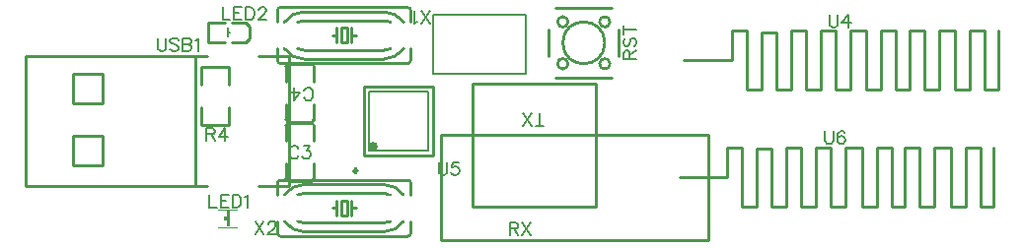
<source format=gto>
G04 Layer: TopSilkLayer*
G04 EasyEDA v6.3.53, 2020-06-17T01:54:55+02:00*
G04 e9d571a3f1504c91a96fab9e56f28b91,9eabfb72a9474bef872f988307f0334b,10*
G04 Gerber Generator version 0.2*
G04 Scale: 100 percent, Rotated: No, Reflected: No *
G04 Dimensions in millimeters *
G04 leading zeros omitted , absolute positions ,3 integer and 3 decimal *
%FSLAX33Y33*%
%MOMM*%
G90*
G71D02*

%ADD10C,0.254000*%
%ADD30C,0.100000*%
%ADD31C,0.203200*%
%ADD32C,0.202997*%
%ADD33C,0.299999*%
%ADD34C,0.399999*%
%ADD35C,0.152400*%

%LPD*%
G54D30*
G01X1905Y66914D02*
G01X3505Y66914D01*
G01X1905Y68415D02*
G01X3505Y68415D01*
G54D10*
G01X8039Y81634D02*
G01X5434Y81634D01*
G01X985Y81634D02*
G01X-14569Y81619D01*
G01X-14569Y70443D01*
G01X985Y70458D01*
G01X5434Y70458D02*
G01X8039Y70458D01*
G01X8039Y81634D01*
G01X-3Y81634D02*
G01X-3Y70458D01*
G01X-7965Y74761D02*
G01X-7965Y72221D01*
G01X-10505Y72221D01*
G01X-10505Y74761D01*
G01X-7965Y74761D01*
G01X-7965Y80095D02*
G01X-7965Y77555D01*
G01X-10505Y77555D01*
G01X-10505Y80095D01*
G01X-7965Y80095D01*
G01X21047Y74822D02*
G01X43547Y74822D01*
G01X44034Y74822D01*
G01X44034Y74776D01*
G01X44034Y65759D01*
G01X21047Y65759D01*
G01X21047Y65886D01*
G01X21047Y74886D01*
G01X34328Y68680D02*
G01X23787Y68680D01*
G01X23787Y79221D01*
G01X34328Y79221D01*
G01X34328Y68680D01*
G54D31*
G01X28359Y80110D02*
G01X20358Y80110D01*
G01X20358Y85190D01*
G01X28359Y85190D01*
G01X28359Y80110D01*
G54D10*
G01X7928Y80960D02*
G01X9928Y80960D01*
G01X7728Y77459D02*
G01X7728Y76259D01*
G01X10128Y77459D02*
G01X10128Y76259D01*
G01X7728Y79460D02*
G01X7728Y80659D01*
G01X10128Y79460D02*
G01X10128Y80659D01*
G01X7928Y75959D02*
G01X9928Y75959D01*
G01X7728Y76159D02*
G01X7728Y76259D01*
G01X10128Y76159D02*
G01X10128Y76259D01*
G01X7728Y80760D02*
G01X7728Y80659D01*
G01X10128Y80760D02*
G01X10128Y80659D01*
G01X9928Y70879D02*
G01X7928Y70879D01*
G01X10128Y74379D02*
G01X10128Y75579D01*
G01X7728Y74379D02*
G01X7728Y75579D01*
G01X10128Y72379D02*
G01X10128Y71179D01*
G01X7728Y72379D02*
G01X7728Y71179D01*
G01X9928Y75879D02*
G01X7928Y75879D01*
G01X10128Y75679D02*
G01X10128Y75579D01*
G01X7728Y75679D02*
G01X7728Y75579D01*
G01X10128Y71079D02*
G01X10128Y71179D01*
G01X7728Y71079D02*
G01X7728Y71179D01*
G01X489Y75705D02*
G01X2889Y75705D01*
G01X2889Y79205D02*
G01X2889Y80705D01*
G01X489Y79205D02*
G01X489Y80705D01*
G01X2889Y77205D02*
G01X2889Y75705D01*
G01X489Y77205D02*
G01X489Y75705D01*
G01X489Y80705D02*
G01X2889Y80705D01*
G01X1066Y82803D02*
G01X2540Y82803D01*
G01X1066Y84530D02*
G01X2540Y84530D01*
G01X1066Y84530D02*
G01X1066Y82803D01*
G01X3124Y82803D02*
G01X4292Y82803D01*
G01X3149Y84530D02*
G01X4292Y84530D01*
G01X4292Y84530D02*
G01X4648Y84174D01*
G01X4648Y83158D01*
G01X4292Y82803D01*
G54D32*
G01X2755Y84073D02*
G01X2755Y83285D01*
G01X2755Y83674D02*
G01X2931Y83674D01*
G54D10*
G01X14474Y78996D02*
G01X14474Y73097D01*
G01X20374Y73097D01*
G01X20374Y78996D01*
G01X14474Y78996D01*
G01X35716Y79777D02*
G01X30907Y79777D01*
G01X30312Y81631D02*
G01X30312Y83924D01*
G01X30907Y85777D02*
G01X35716Y85777D01*
G01X36312Y83924D02*
G01X36312Y81631D01*
G01X18453Y84555D02*
G01X18453Y85571D01*
G01X16167Y82142D02*
G01X9309Y82142D01*
G01X16167Y81380D02*
G01X9309Y81380D01*
G01X9309Y84682D02*
G01X16167Y84682D01*
G01X18199Y80999D02*
G01X7277Y80999D01*
G01X18453Y81253D02*
G01X18453Y82269D01*
G01X13373Y83412D02*
G01X13754Y83412D01*
G01X7023Y81253D02*
G01X7023Y82269D01*
G01X13373Y83412D02*
G01X13373Y82777D01*
G01X9309Y85444D02*
G01X16167Y85444D01*
G01X13373Y84047D02*
G01X13373Y83412D01*
G01X18199Y85825D02*
G01X7277Y85825D01*
G01X12103Y83412D02*
G01X11722Y83412D01*
G01X12484Y84047D02*
G01X12484Y82777D01*
G01X12103Y83412D02*
G01X12103Y82777D01*
G01X12484Y82777D02*
G01X12992Y82777D01*
G01X12103Y84047D02*
G01X12103Y83412D01*
G01X12992Y82777D02*
G01X12992Y84047D01*
G01X12992Y84047D02*
G01X12484Y84047D01*
G01X7023Y84555D02*
G01X7023Y85571D01*
G01X7023Y67410D02*
G01X7023Y66394D01*
G01X9309Y69823D02*
G01X16167Y69823D01*
G01X9309Y70585D02*
G01X16167Y70585D01*
G01X16167Y67283D02*
G01X9309Y67283D01*
G01X7277Y70966D02*
G01X18199Y70966D01*
G01X7023Y70712D02*
G01X7023Y69696D01*
G01X12103Y68553D02*
G01X11722Y68553D01*
G01X18453Y70712D02*
G01X18453Y69696D01*
G01X12103Y68553D02*
G01X12103Y69188D01*
G01X16167Y66521D02*
G01X9309Y66521D01*
G01X12103Y67918D02*
G01X12103Y68553D01*
G01X7277Y66140D02*
G01X18199Y66140D01*
G01X13373Y68553D02*
G01X13754Y68553D01*
G01X12992Y67918D02*
G01X12992Y69188D01*
G01X13373Y68553D02*
G01X13373Y69188D01*
G01X12992Y69188D02*
G01X12484Y69188D01*
G01X13373Y67918D02*
G01X13373Y68553D01*
G01X12484Y69188D02*
G01X12484Y67918D01*
G01X12484Y67918D02*
G01X12992Y67918D01*
G01X18453Y67410D02*
G01X18453Y66394D01*
G01X41925Y81253D02*
G01X46012Y81253D01*
G01X46012Y81380D01*
G01X46012Y83793D01*
G01X47282Y83793D01*
G01X47282Y78713D01*
G01X48552Y78713D01*
G01X48552Y83666D01*
G01X49822Y83666D01*
G01X49822Y78713D01*
G01X51092Y78713D01*
G01X51092Y83793D01*
G01X52362Y83793D01*
G01X52362Y78713D01*
G01X53632Y78713D01*
G01X53632Y83793D01*
G01X54902Y83793D01*
G01X54902Y78713D01*
G01X56172Y78713D01*
G01X56172Y83793D01*
G01X57569Y83793D01*
G01X57569Y78713D01*
G01X58839Y78713D01*
G01X58839Y83793D01*
G01X60109Y83793D01*
G01X60109Y78713D01*
G01X61252Y78713D01*
G01X61252Y83793D01*
G01X62522Y83793D01*
G01X62522Y78713D01*
G01X63792Y78713D01*
G01X63792Y83793D01*
G01X65189Y83793D01*
G01X65189Y78713D01*
G01X66459Y78713D01*
G01X66459Y83793D01*
G01X67729Y83793D01*
G01X67729Y78713D01*
G01X68872Y78713D01*
G01X68872Y83793D01*
G01X41544Y71220D02*
G01X45631Y71220D01*
G01X45631Y71347D01*
G01X45631Y73760D01*
G01X46901Y73760D01*
G01X46901Y68680D01*
G01X48171Y68680D01*
G01X48171Y73633D01*
G01X49441Y73633D01*
G01X49441Y68680D01*
G01X50711Y68680D01*
G01X50711Y73760D01*
G01X51981Y73760D01*
G01X51981Y68680D01*
G01X53251Y68680D01*
G01X53251Y73760D01*
G01X54521Y73760D01*
G01X54521Y68680D01*
G01X55791Y68680D01*
G01X55791Y73760D01*
G01X57188Y73760D01*
G01X57188Y68680D01*
G01X58458Y68680D01*
G01X58458Y73760D01*
G01X59728Y73760D01*
G01X59728Y68680D01*
G01X60871Y68680D01*
G01X60871Y73760D01*
G01X62141Y73760D01*
G01X62141Y68680D01*
G01X63411Y68680D01*
G01X63411Y73760D01*
G01X64808Y73760D01*
G01X64808Y68680D01*
G01X66078Y68680D01*
G01X66078Y73760D01*
G01X67348Y73760D01*
G01X67348Y68680D01*
G01X68491Y68680D01*
G01X68491Y73760D01*
G54D31*
G01X19977Y78586D02*
G01X19977Y73506D01*
G01X14897Y73506D01*
G01X14897Y78586D01*
G01X19977Y78586D01*
G54D35*
G01X1181Y69707D02*
G01X1181Y68617D01*
G01X1181Y68617D02*
G01X1803Y68617D01*
G01X2146Y69707D02*
G01X2146Y68617D01*
G01X2146Y69707D02*
G01X2821Y69707D01*
G01X2146Y69188D02*
G01X2562Y69188D01*
G01X2146Y68617D02*
G01X2821Y68617D01*
G01X3164Y69707D02*
G01X3164Y68617D01*
G01X3164Y69707D02*
G01X3530Y69707D01*
G01X3685Y69656D01*
G01X3789Y69552D01*
G01X3840Y69448D01*
G01X3893Y69290D01*
G01X3893Y69031D01*
G01X3840Y68876D01*
G01X3789Y68772D01*
G01X3685Y68668D01*
G01X3530Y68617D01*
G01X3164Y68617D01*
G01X4236Y69498D02*
G01X4340Y69552D01*
G01X4495Y69707D01*
G01X4495Y68617D01*
G01X-3263Y83169D02*
G01X-3263Y82389D01*
G01X-3213Y82234D01*
G01X-3108Y82130D01*
G01X-2951Y82079D01*
G01X-2847Y82079D01*
G01X-2692Y82130D01*
G01X-2588Y82234D01*
G01X-2537Y82389D01*
G01X-2537Y83169D01*
G01X-1465Y83014D02*
G01X-1569Y83118D01*
G01X-1727Y83169D01*
G01X-1932Y83169D01*
G01X-2090Y83118D01*
G01X-2194Y83014D01*
G01X-2194Y82910D01*
G01X-2141Y82805D01*
G01X-2090Y82752D01*
G01X-1986Y82701D01*
G01X-1673Y82597D01*
G01X-1569Y82546D01*
G01X-1518Y82493D01*
G01X-1465Y82389D01*
G01X-1465Y82234D01*
G01X-1569Y82130D01*
G01X-1727Y82079D01*
G01X-1932Y82079D01*
G01X-2090Y82130D01*
G01X-2194Y82234D01*
G01X-1122Y83169D02*
G01X-1122Y82079D01*
G01X-1122Y83169D02*
G01X-655Y83169D01*
G01X-500Y83118D01*
G01X-447Y83065D01*
G01X-396Y82960D01*
G01X-396Y82856D01*
G01X-447Y82752D01*
G01X-500Y82701D01*
G01X-655Y82650D01*
G01X-1122Y82650D02*
G01X-655Y82650D01*
G01X-500Y82597D01*
G01X-447Y82546D01*
G01X-396Y82442D01*
G01X-396Y82285D01*
G01X-447Y82181D01*
G01X-500Y82130D01*
G01X-655Y82079D01*
G01X-1122Y82079D01*
G01X-53Y82960D02*
G01X50Y83014D01*
G01X205Y83169D01*
G01X205Y82079D01*
G01X26962Y67294D02*
G01X26962Y66204D01*
G01X26962Y67294D02*
G01X27429Y67294D01*
G01X27584Y67243D01*
G01X27637Y67190D01*
G01X27688Y67085D01*
G01X27688Y66981D01*
G01X27637Y66877D01*
G01X27584Y66826D01*
G01X27429Y66775D01*
G01X26962Y66775D01*
G01X27325Y66775D02*
G01X27688Y66204D01*
G01X28031Y67294D02*
G01X28760Y66204D01*
G01X28760Y67294D02*
G01X28031Y66204D01*
G01X29519Y75655D02*
G01X29519Y76745D01*
G01X29883Y75655D02*
G01X29156Y75655D01*
G01X28813Y75655D02*
G01X28084Y76745D01*
G01X28084Y75655D02*
G01X28813Y76745D01*
G01X9291Y78073D02*
G01X9344Y77969D01*
G01X9448Y77865D01*
G01X9550Y77814D01*
G01X9758Y77814D01*
G01X9862Y77865D01*
G01X9966Y77969D01*
G01X10020Y78073D01*
G01X10071Y78231D01*
G01X10071Y78490D01*
G01X10020Y78645D01*
G01X9966Y78749D01*
G01X9862Y78853D01*
G01X9758Y78904D01*
G01X9550Y78904D01*
G01X9448Y78853D01*
G01X9344Y78749D01*
G01X9291Y78645D01*
G01X8430Y77814D02*
G01X8948Y78541D01*
G01X8168Y78541D01*
G01X8430Y77814D02*
G01X8430Y78904D01*
G01X8818Y73639D02*
G01X8765Y73743D01*
G01X8661Y73847D01*
G01X8559Y73898D01*
G01X8351Y73898D01*
G01X8247Y73847D01*
G01X8143Y73743D01*
G01X8089Y73639D01*
G01X8039Y73481D01*
G01X8039Y73222D01*
G01X8089Y73067D01*
G01X8143Y72963D01*
G01X8247Y72859D01*
G01X8351Y72808D01*
G01X8559Y72808D01*
G01X8661Y72859D01*
G01X8765Y72963D01*
G01X8818Y73067D01*
G01X9265Y73898D02*
G01X9837Y73898D01*
G01X9525Y73481D01*
G01X9679Y73481D01*
G01X9784Y73430D01*
G01X9837Y73379D01*
G01X9888Y73222D01*
G01X9888Y73118D01*
G01X9837Y72963D01*
G01X9733Y72859D01*
G01X9575Y72808D01*
G01X9420Y72808D01*
G01X9265Y72859D01*
G01X9212Y72910D01*
G01X9161Y73014D01*
G01X927Y75421D02*
G01X927Y74332D01*
G01X927Y75421D02*
G01X1394Y75421D01*
G01X1549Y75371D01*
G01X1602Y75317D01*
G01X1653Y75213D01*
G01X1653Y75109D01*
G01X1602Y75005D01*
G01X1549Y74954D01*
G01X1394Y74903D01*
G01X927Y74903D01*
G01X1290Y74903D02*
G01X1653Y74332D01*
G01X2517Y75421D02*
G01X1996Y74695D01*
G01X2776Y74695D01*
G01X2517Y75421D02*
G01X2517Y74332D01*
G01X2324Y85836D02*
G01X2324Y84746D01*
G01X2324Y84746D02*
G01X2946Y84746D01*
G01X3289Y85836D02*
G01X3289Y84746D01*
G01X3289Y85836D02*
G01X3964Y85836D01*
G01X3289Y85317D02*
G01X3705Y85317D01*
G01X3289Y84746D02*
G01X3964Y84746D01*
G01X4307Y85836D02*
G01X4307Y84746D01*
G01X4307Y85836D02*
G01X4673Y85836D01*
G01X4828Y85785D01*
G01X4932Y85681D01*
G01X4983Y85577D01*
G01X5036Y85419D01*
G01X5036Y85160D01*
G01X4983Y85005D01*
G01X4932Y84901D01*
G01X4828Y84797D01*
G01X4673Y84746D01*
G01X4307Y84746D01*
G01X5430Y85577D02*
G01X5430Y85627D01*
G01X5483Y85732D01*
G01X5534Y85785D01*
G01X5638Y85836D01*
G01X5847Y85836D01*
G01X5951Y85785D01*
G01X6002Y85732D01*
G01X6055Y85627D01*
G01X6055Y85523D01*
G01X6002Y85419D01*
G01X5897Y85264D01*
G01X5379Y84746D01*
G01X6106Y84746D01*
G01X20866Y72501D02*
G01X20866Y71721D01*
G01X20916Y71566D01*
G01X21021Y71462D01*
G01X21178Y71411D01*
G01X21282Y71411D01*
G01X21437Y71462D01*
G01X21541Y71566D01*
G01X21592Y71721D01*
G01X21592Y72501D01*
G01X22560Y72501D02*
G01X22039Y72501D01*
G01X21988Y72033D01*
G01X22039Y72084D01*
G01X22197Y72137D01*
G01X22352Y72137D01*
G01X22506Y72084D01*
G01X22611Y71982D01*
G01X22664Y71825D01*
G01X22664Y71721D01*
G01X22611Y71566D01*
G01X22506Y71462D01*
G01X22352Y71411D01*
G01X22197Y71411D01*
G01X22039Y71462D01*
G01X21988Y71513D01*
G01X21935Y71617D01*
G01X36730Y81380D02*
G01X37820Y81380D01*
G01X36730Y81380D02*
G01X36730Y81848D01*
G01X36781Y82003D01*
G01X36835Y82056D01*
G01X36939Y82107D01*
G01X37043Y82107D01*
G01X37147Y82056D01*
G01X37198Y82003D01*
G01X37249Y81848D01*
G01X37249Y81380D01*
G01X37249Y81744D02*
G01X37820Y82107D01*
G01X36885Y83179D02*
G01X36781Y83075D01*
G01X36730Y82917D01*
G01X36730Y82711D01*
G01X36781Y82554D01*
G01X36885Y82450D01*
G01X36990Y82450D01*
G01X37094Y82503D01*
G01X37147Y82554D01*
G01X37198Y82658D01*
G01X37302Y82971D01*
G01X37353Y83075D01*
G01X37406Y83125D01*
G01X37510Y83179D01*
G01X37665Y83179D01*
G01X37769Y83075D01*
G01X37820Y82917D01*
G01X37820Y82711D01*
G01X37769Y82554D01*
G01X37665Y82450D01*
G01X36730Y83885D02*
G01X37820Y83885D01*
G01X36730Y83522D02*
G01X36730Y84248D01*
G01X20104Y84418D02*
G01X19377Y85508D01*
G01X19377Y84418D02*
G01X20104Y85508D01*
G01X19034Y84627D02*
G01X18930Y84573D01*
G01X18773Y84418D01*
G01X18773Y85508D01*
G01X5118Y67421D02*
G01X5844Y66331D01*
G01X5844Y67421D02*
G01X5118Y66331D01*
G01X6240Y67162D02*
G01X6240Y67212D01*
G01X6291Y67317D01*
G01X6344Y67370D01*
G01X6449Y67421D01*
G01X6654Y67421D01*
G01X6758Y67370D01*
G01X6812Y67317D01*
G01X6863Y67212D01*
G01X6863Y67108D01*
G01X6812Y67004D01*
G01X6708Y66849D01*
G01X6187Y66331D01*
G01X6916Y66331D01*
G01X54394Y85201D02*
G01X54394Y84421D01*
G01X54444Y84266D01*
G01X54549Y84162D01*
G01X54706Y84111D01*
G01X54810Y84111D01*
G01X54965Y84162D01*
G01X55069Y84266D01*
G01X55120Y84421D01*
G01X55120Y85201D01*
G01X55984Y85201D02*
G01X55463Y84474D01*
G01X56243Y84474D01*
G01X55984Y85201D02*
G01X55984Y84111D01*
G01X54013Y75168D02*
G01X54013Y74388D01*
G01X54063Y74233D01*
G01X54168Y74129D01*
G01X54325Y74078D01*
G01X54429Y74078D01*
G01X54584Y74129D01*
G01X54688Y74233D01*
G01X54739Y74388D01*
G01X54739Y75168D01*
G01X55707Y75013D02*
G01X55653Y75117D01*
G01X55499Y75168D01*
G01X55394Y75168D01*
G01X55239Y75117D01*
G01X55135Y74959D01*
G01X55082Y74700D01*
G01X55082Y74441D01*
G01X55135Y74233D01*
G01X55239Y74129D01*
G01X55394Y74078D01*
G01X55448Y74078D01*
G01X55603Y74129D01*
G01X55707Y74233D01*
G01X55758Y74388D01*
G01X55758Y74441D01*
G01X55707Y74596D01*
G01X55603Y74700D01*
G01X55448Y74751D01*
G01X55394Y74751D01*
G01X55239Y74700D01*
G01X55135Y74596D01*
G01X55082Y74441D01*
G54D10*
G75*
G01X7928Y75960D02*
G02X7728Y76160I0J200D01*
G01*
G75*
G01X9928Y75960D02*
G03X10128Y76160I0J200D01*
G01*
G75*
G01X7928Y80960D02*
G03X7728Y80760I0J-200D01*
G01*
G75*
G01X9928Y80960D02*
G02X10128Y80760I0J-200D01*
G01*
G75*
G01X9928Y75880D02*
G02X10128Y75680I0J-200D01*
G01*
G75*
G01X7928Y75880D02*
G03X7728Y75680I0J-200D01*
G01*
G75*
G01X9928Y70880D02*
G03X10128Y71080I0J200D01*
G01*
G75*
G01X7928Y70880D02*
G02X7728Y71080I0J200D01*
G01*
G54D33*
G75*
G01X13724Y71897D02*
G03X13726Y71897I1J-150D01*
G01*
G54D34*
G75*
G01X15225Y74048D02*
G03X15227Y74048I1J-200D01*
G01*
G54D10*
G75*
G01X7023Y85572D02*
G02X7277Y85826I254J0D01*
G01*
G75*
G01X18199Y85826D02*
G02X18453Y85572I0J-254D01*
G01*
G75*
G01X7023Y81254D02*
G03X7277Y81000I254J0D01*
G01*
G75*
G01X8756Y84556D02*
G02X9309Y84683I553J-1143D01*
G01*
G75*
G01X8756Y82270D02*
G03X9309Y82143I553J1143D01*
G01*
G75*
G01X7629Y82270D02*
G03X9309Y81381I1680J1143D01*
G01*
G75*
G01X16167Y81381D02*
G03X17847Y82270I0J2032D01*
G01*
G75*
G01X16167Y84683D02*
G02X16721Y84556I0J-1270D01*
G01*
G75*
G01X16167Y82143D02*
G03X16721Y82270I0J1270D01*
G01*
G75*
G01X18199Y81000D02*
G03X18453Y81254I0J254D01*
G01*
G75*
G01X16167Y85445D02*
G02X17847Y84556I0J-2032D01*
G01*
G75*
G01X7629Y84556D02*
G02X9309Y85445I1680J-1143D01*
G01*
G75*
G01X18453Y66395D02*
G02X18199Y66141I-254J0D01*
G01*
G75*
G01X7277Y66141D02*
G02X7023Y66395I0J254D01*
G01*
G75*
G01X18453Y70713D02*
G03X18199Y70967I-254J0D01*
G01*
G75*
G01X16721Y67411D02*
G02X16167Y67284I-554J1143D01*
G01*
G75*
G01X16721Y69697D02*
G03X16167Y69824I-554J-1143D01*
G01*
G75*
G01X17847Y69697D02*
G03X16167Y70586I-1680J-1143D01*
G01*
G75*
G01X9309Y70586D02*
G03X7629Y69697I0J-2032D01*
G01*
G75*
G01X9309Y67284D02*
G02X8756Y67411I0J1270D01*
G01*
G75*
G01X9309Y69824D02*
G03X8756Y69697I0J-1270D01*
G01*
G75*
G01X7277Y70967D02*
G03X7023Y70713I0J-254D01*
G01*
G75*
G01X9309Y66522D02*
G02X7629Y67411I0J2032D01*
G01*
G75*
G01X17847Y67411D02*
G02X16167Y66522I-1680J1143D01*
G01*
G75*
G01X35112Y82778D02*
G03X35112Y82778I-1800J0D01*
G01*
G75*
G01X31959Y80978D02*
G03X31959Y80978I-447J0D01*
G01*
G75*
G01X35559Y80978D02*
G03X35559Y80978I-447J0D01*
G01*
G75*
G01X35559Y84578D02*
G03X35559Y84578I-447J0D01*
G01*
G75*
G01X31959Y84578D02*
G03X31959Y84578I-447J0D01*
G01*

%LPD*%
G36*
G01X2805Y67864D02*
G01X2455Y67864D01*
G01X2455Y67464D01*
G01X2805Y67464D01*
G01X2805Y67864D01*
G37*

%LPD*%
G36*
G01X2955Y68314D02*
G01X2705Y68314D01*
G01X2705Y67014D01*
G01X2955Y67014D01*
G01X2955Y68314D01*
G37*
M00*
M02*

</source>
